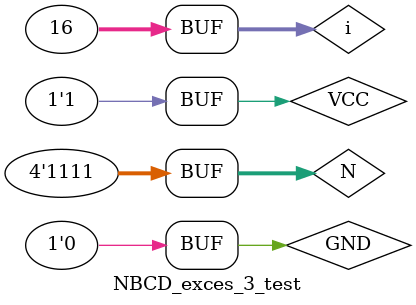
<source format=v>
module sum4(A, B, Cin, S, Cout);
input [3:0] A;
input [3:0] B;
input Cin;
output reg [3:0]S;
output reg Cout;

always @(A or B or Cin)
begin
  if(A+B+Cin <=15)
  begin
    Cout=0;
    S=A+B+Cin;
  end
  else
  begin
   Cout=1;
   S=A+B+Cin;
  end
end
endmodule


module test_sum4();
reg [3:0] A;
reg [3:0] B;
reg Cin;
wire [3:0] S;
wire Cout;

initial begin
 A=1;
 B=3;
 Cin=0;
 #10 Cin=1;
 #10 A=14;
end
sum4 sumator_test_4(A,B,Cin, S,Cout);
endmodule

module comparator4(A,B, mic, egal, mare);
input [3:0] A;
input [3:0] B;
output reg mic;
output reg egal;
output reg mare;

always @(A or B)
begin
  if(A>B)
    {mic, egal, mare}=3'b001;
  else if(A==B)
    {mic, egal, mare}=3'b010;
  else
    {mic, egal, mare}=3'b100;
end
endmodule


module comparator4_test();
reg [3:0] A;
reg [3:0] B;
wire mic;
wire egal;
wire mare;

initial begin
  A=0;
  B=0;
  #10 A=1;
  #10 B=3;
end
comparator4 comparator4_testing(A,B,mic,egal,mare);
endmodule




// convertor de cod NBCD – Exces 3 

module NBCD_exces_3(N, VCC, GND, Cout, Y, egal, mare);
input [3:0] N;
input VCC;
input GND;
output Cout;
output [3:0] Y;
output egal;
output mare;

wire [3:0] S;
wire mic;

comparator4 comparator(N, {VCC,GND,VCC,GND}, mic, egal, mare);
sum4 sumator(N, {GND, GND,VCC,VCC}, GND, S, Cout);

and p1(Y[0], S[0], mic);
and p2(Y[1], S[1], mic);
and p3(Y[2], S[2], mic);
and p4(Y[3], S[3], mic);

endmodule


module NBCD_exces_3_test();
reg [3:0] N;
reg VCC;
reg GND;
wire Cout;
wire [3:0] Y;
wire egal;
wire mare;
integer i;

initial begin
  VCC=1;
  GND=0;
  N=0;
  for(i=0; i<=15; i=i+1)
   #10 N=i;
end
NBCD_exces_3 NBCD_exces_3_instance(N, VCC, GND, Cout, Y, egal, mare);
endmodule

</source>
